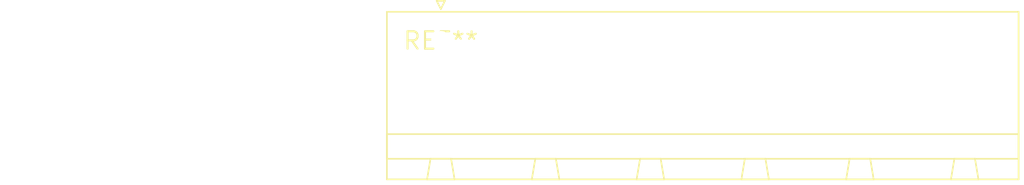
<source format=kicad_pcb>
(kicad_pcb (version 20240108) (generator pcbnew)
  (layers (0 "F.Cu" signal) (31 "B.Cu" signal) (34 "B.Paste" user) (35 "F.Paste" user) (36 "B.SilkS" user "B.Silkscreen") (37 "F.SilkS" user "F.Silkscreen") (38 "B.Mask" user) (39 "F.Mask" user) (44 "Edge.Cuts" user))
  (net 0 "")
  (footprint "PhoenixContact_GMSTBA_2,5_6-G-7,62_1x06_P7.62mm_Horizontal" (layer "F.Cu") (at 0 0)
    (property "Reference" "REF**")
    (property "Value" "PhoenixContact_GMSTBA_2,5_6-G-7,62_1x06_P7.62mm_Horizontal")
    (fp_line (start -3.92 -2.11) (end -3.92 10.11) (layer "F.SilkS") (stroke (width 0.12)))
    (fp_line (start -3.92 6.81) (end 42.02 6.81) (layer "F.SilkS") (stroke (width 0.12)))
    (fp_line (start -3.92 8.61) (end -3.92 6.81) (layer "F.SilkS") (stroke (width 0.12)))
    (fp_line (start -3.92 10.11) (end 42.02 10.11) (layer "F.SilkS") (stroke (width 0.12)))
    (fp_line (start -1 10.11) (end 1 10.11) (layer "F.SilkS") (stroke (width 0.12)))
    (fp_line (start -0.75 8.61) (end -1 10.11) (layer "F.SilkS") (stroke (width 0.12)))
    (fp_line (start -0.3 -2.91) (end 0.3 -2.91) (layer "F.SilkS") (stroke (width 0.12)))
    (fp_line (start 0 -2.31) (end -0.3 -2.91) (layer "F.SilkS") (stroke (width 0.12)))
    (fp_line (start 0.3 -2.91) (end 0 -2.31) (layer "F.SilkS") (stroke (width 0.12)))
    (fp_line (start 0.75 8.61) (end -0.75 8.61) (layer "F.SilkS") (stroke (width 0.12)))
    (fp_line (start 1 10.11) (end 0.75 8.61) (layer "F.SilkS") (stroke (width 0.12)))
    (fp_line (start 6.62 10.11) (end 8.62 10.11) (layer "F.SilkS") (stroke (width 0.12)))
    (fp_line (start 6.87 8.61) (end 6.62 10.11) (layer "F.SilkS") (stroke (width 0.12)))
    (fp_line (start 8.37 8.61) (end 6.87 8.61) (layer "F.SilkS") (stroke (width 0.12)))
    (fp_line (start 8.62 10.11) (end 8.37 8.61) (layer "F.SilkS") (stroke (width 0.12)))
    (fp_line (start 14.24 10.11) (end 16.24 10.11) (layer "F.SilkS") (stroke (width 0.12)))
    (fp_line (start 14.49 8.61) (end 14.24 10.11) (layer "F.SilkS") (stroke (width 0.12)))
    (fp_line (start 15.99 8.61) (end 14.49 8.61) (layer "F.SilkS") (stroke (width 0.12)))
    (fp_line (start 16.24 10.11) (end 15.99 8.61) (layer "F.SilkS") (stroke (width 0.12)))
    (fp_line (start 21.86 10.11) (end 23.86 10.11) (layer "F.SilkS") (stroke (width 0.12)))
    (fp_line (start 22.11 8.61) (end 21.86 10.11) (layer "F.SilkS") (stroke (width 0.12)))
    (fp_line (start 23.61 8.61) (end 22.11 8.61) (layer "F.SilkS") (stroke (width 0.12)))
    (fp_line (start 23.86 10.11) (end 23.61 8.61) (layer "F.SilkS") (stroke (width 0.12)))
    (fp_line (start 29.48 10.11) (end 31.48 10.11) (layer "F.SilkS") (stroke (width 0.12)))
    (fp_line (start 29.73 8.61) (end 29.48 10.11) (layer "F.SilkS") (stroke (width 0.12)))
    (fp_line (start 31.23 8.61) (end 29.73 8.61) (layer "F.SilkS") (stroke (width 0.12)))
    (fp_line (start 31.48 10.11) (end 31.23 8.61) (layer "F.SilkS") (stroke (width 0.12)))
    (fp_line (start 37.1 10.11) (end 39.1 10.11) (layer "F.SilkS") (stroke (width 0.12)))
    (fp_line (start 37.35 8.61) (end 37.1 10.11) (layer "F.SilkS") (stroke (width 0.12)))
    (fp_line (start 38.85 8.61) (end 37.35 8.61) (layer "F.SilkS") (stroke (width 0.12)))
    (fp_line (start 39.1 10.11) (end 38.85 8.61) (layer "F.SilkS") (stroke (width 0.12)))
    (fp_line (start 42.02 -2.11) (end -3.92 -2.11) (layer "F.SilkS") (stroke (width 0.12)))
    (fp_line (start 42.02 6.81) (end 42.02 8.61) (layer "F.SilkS") (stroke (width 0.12)))
    (fp_line (start 42.02 8.61) (end -3.92 8.61) (layer "F.SilkS") (stroke (width 0.12)))
    (fp_line (start 42.02 10.11) (end 42.02 -2.11) (layer "F.SilkS") (stroke (width 0.12)))
    (pad "1" thru_hole roundrect (at 0 0) (size 2.1 3.6) (drill 1.4) (layers *.Cu *.Mask) (remove_unused_layers) (roundrect_rratio 0.119048))
    (pad "2" thru_hole oval (at 7.62 0) (size 2.1 3.6) (drill 1.4) (layers *.Cu *.Mask) (remove_unused_layers))
    (pad "3" thru_hole oval (at 15.24 0) (size 2.1 3.6) (drill 1.4) (layers *.Cu *.Mask) (remove_unused_layers))
    (pad "4" thru_hole oval (at 22.86 0) (size 2.1 3.6) (drill 1.4) (layers *.Cu *.Mask) (remove_unused_layers))
    (pad "5" thru_hole oval (at 30.48 0) (size 2.1 3.6) (drill 1.4) (layers *.Cu *.Mask) (remove_unused_layers))
    (pad "6" thru_hole oval (at 38.1 0) (size 2.1 3.6) (drill 1.4) (layers *.Cu *.Mask) (remove_unused_layers))
  )
)
</source>
